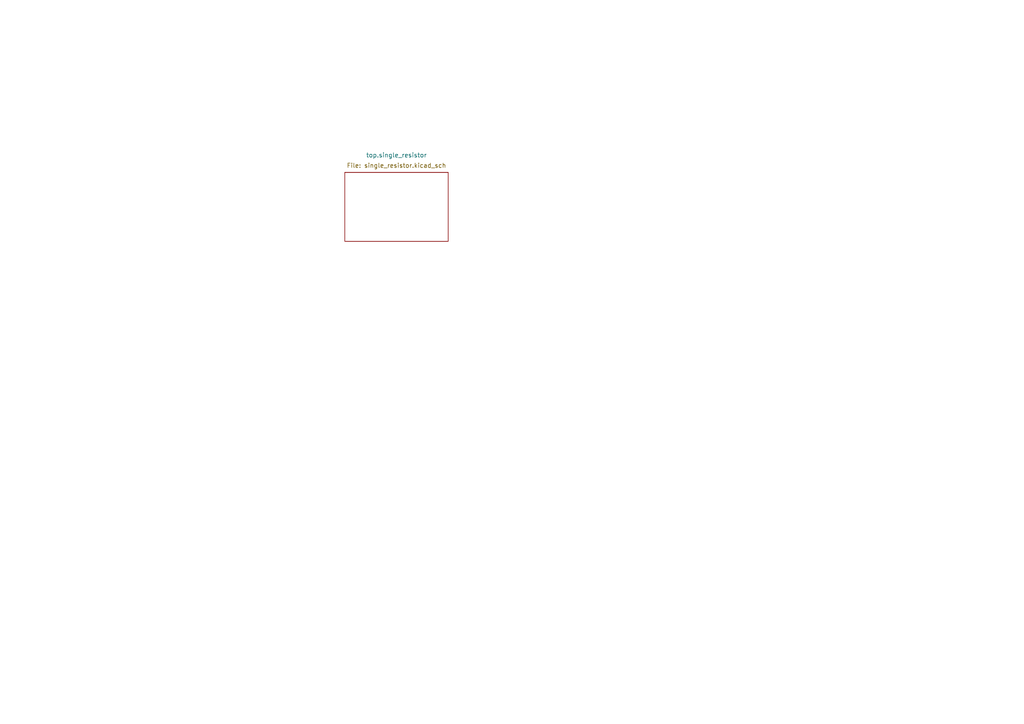
<source format=kicad_sch>
(kicad_sch (version 20211014) (generator kiutils)
  (paper "A4")
  (lib_symbols)

  (sheet (at 100 50) (size 30 20)
    (stroke (width 0.0))
    (fill (color 0 0 0 0))
    (property "Sheetname" "top.single_resistor" (at 115.0 45 0))
    (property "Sheetfile" "single_resistor.kicad_sch" (at 115.0 48 0))
  )

  (sheet_instances
    (path "/" (page "1"))
  )
)

</source>
